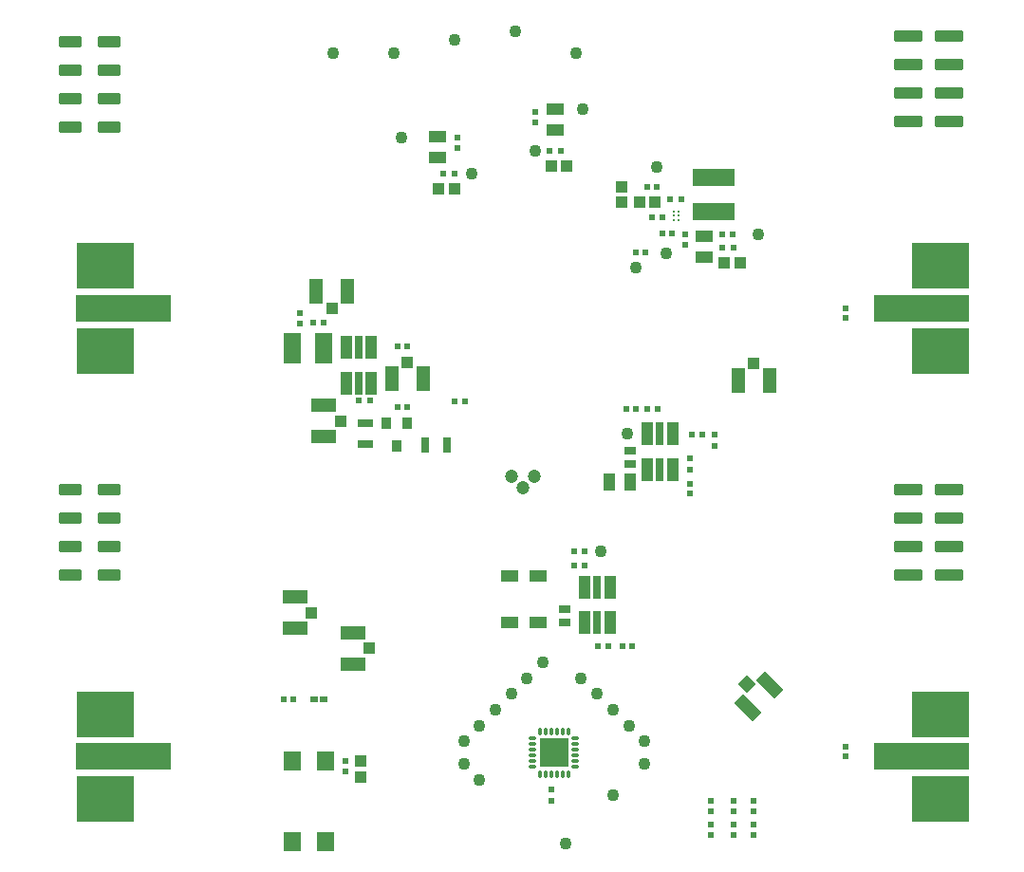
<source format=gts>
G04*
G04 #@! TF.GenerationSoftware,Altium Limited,Altium Designer,23.0.1 (38)*
G04*
G04 Layer_Color=8388736*
%FSLAX43Y43*%
%MOMM*%
G71*
G04*
G04 #@! TF.SameCoordinates,3783B72A-52C1-49B3-AB2B-A03F01AA072C*
G04*
G04*
G04 #@! TF.FilePolarity,Negative*
G04*
G01*
G75*
%ADD24R,1.000X1.000*%
%ADD43R,1.000X1.000*%
%ADD44R,0.600X0.600*%
%ADD45R,0.600X0.600*%
%ADD46R,1.100X2.100*%
%ADD47R,0.750X2.100*%
%ADD48R,1.650X1.100*%
%ADD49R,0.800X0.600*%
%ADD50R,1.500X1.700*%
%ADD51R,2.300X1.150*%
%ADD52R,1.100X1.100*%
%ADD53R,1.400X0.800*%
G04:AMPARAMS|DCode=54|XSize=2.3mm|YSize=1.15mm|CornerRadius=0mm|HoleSize=0mm|Usage=FLASHONLY|Rotation=135.000|XOffset=0mm|YOffset=0mm|HoleType=Round|Shape=Rectangle|*
%AMROTATEDRECTD54*
4,1,4,1.220,-0.407,0.407,-1.220,-1.220,0.407,-0.407,1.220,1.220,-0.407,0.0*
%
%ADD54ROTATEDRECTD54*%

%ADD55P,1.556X4X360.0*%
%ADD56C,1.100*%
%ADD57R,1.000X0.700*%
%ADD58R,0.900X1.000*%
G04:AMPARAMS|DCode=59|XSize=1.1mm|YSize=2.1mm|CornerRadius=0.3mm|HoleSize=0mm|Usage=FLASHONLY|Rotation=270.000|XOffset=0mm|YOffset=0mm|HoleType=Round|Shape=RoundedRectangle|*
%AMROUNDEDRECTD59*
21,1,1.100,1.500,0,0,270.0*
21,1,0.500,2.100,0,0,270.0*
1,1,0.600,-0.750,-0.250*
1,1,0.600,-0.750,0.250*
1,1,0.600,0.750,0.250*
1,1,0.600,0.750,-0.250*
%
%ADD59ROUNDEDRECTD59*%
%ADD60R,2.550X2.550*%
G04:AMPARAMS|DCode=61|XSize=0.34mm|YSize=0.7mm|CornerRadius=0.11mm|HoleSize=0mm|Usage=FLASHONLY|Rotation=180.000|XOffset=0mm|YOffset=0mm|HoleType=Round|Shape=RoundedRectangle|*
%AMROUNDEDRECTD61*
21,1,0.340,0.480,0,0,180.0*
21,1,0.120,0.700,0,0,180.0*
1,1,0.220,-0.060,0.240*
1,1,0.220,0.060,0.240*
1,1,0.220,0.060,-0.240*
1,1,0.220,-0.060,-0.240*
%
%ADD61ROUNDEDRECTD61*%
G04:AMPARAMS|DCode=62|XSize=0.34mm|YSize=0.7mm|CornerRadius=0.11mm|HoleSize=0mm|Usage=FLASHONLY|Rotation=270.000|XOffset=0mm|YOffset=0mm|HoleType=Round|Shape=RoundedRectangle|*
%AMROUNDEDRECTD62*
21,1,0.340,0.480,0,0,270.0*
21,1,0.120,0.700,0,0,270.0*
1,1,0.220,-0.240,-0.060*
1,1,0.220,-0.240,0.060*
1,1,0.220,0.240,0.060*
1,1,0.220,0.240,-0.060*
%
%ADD62ROUNDEDRECTD62*%
%ADD63R,0.800X1.400*%
G04:AMPARAMS|DCode=64|XSize=1.1mm|YSize=2.6mm|CornerRadius=0.3mm|HoleSize=0mm|Usage=FLASHONLY|Rotation=270.000|XOffset=0mm|YOffset=0mm|HoleType=Round|Shape=RoundedRectangle|*
%AMROUNDEDRECTD64*
21,1,1.100,2.000,0,0,270.0*
21,1,0.500,2.600,0,0,270.0*
1,1,0.600,-1.000,-0.250*
1,1,0.600,-1.000,0.250*
1,1,0.600,1.000,0.250*
1,1,0.600,1.000,-0.250*
%
%ADD64ROUNDEDRECTD64*%
%ADD65R,1.050X1.500*%
%ADD66C,0.300*%
%ADD67R,3.800X1.600*%
%ADD68R,1.500X1.050*%
%ADD69R,1.550X2.800*%
%ADD70R,1.150X2.300*%
%ADD71R,1.100X1.100*%
%ADD72R,5.180X4.100*%
%ADD73R,8.482X2.386*%
%ADD74C,0.100*%
%ADD75C,1.200*%
D24*
X69150Y60650D02*
D03*
X67750D02*
D03*
X87050Y59475D02*
D03*
X85650D02*
D03*
X94650Y54025D02*
D03*
X93250D02*
D03*
X77800Y62650D02*
D03*
X79200D02*
D03*
D43*
X60825Y8175D02*
D03*
Y9575D02*
D03*
X84100Y60850D02*
D03*
Y59450D02*
D03*
D44*
X104050Y50000D02*
D03*
Y49100D02*
D03*
X90150Y33450D02*
D03*
Y34350D02*
D03*
X104050Y10000D02*
D03*
Y10900D02*
D03*
X76325Y66600D02*
D03*
Y67500D02*
D03*
X69456Y64300D02*
D03*
Y65200D02*
D03*
X92050Y6025D02*
D03*
Y5125D02*
D03*
X94038D02*
D03*
Y6025D02*
D03*
X92050Y3000D02*
D03*
Y3900D02*
D03*
X89775Y55625D02*
D03*
Y56625D02*
D03*
X55400Y49575D02*
D03*
Y48675D02*
D03*
X59400Y9600D02*
D03*
Y8700D02*
D03*
X90150Y35575D02*
D03*
Y36575D02*
D03*
X95800Y6025D02*
D03*
Y5125D02*
D03*
X92400Y38750D02*
D03*
Y37750D02*
D03*
X77800Y7075D02*
D03*
Y6075D02*
D03*
X95800Y3900D02*
D03*
Y3000D02*
D03*
X94038Y3900D02*
D03*
Y3000D02*
D03*
D45*
X85025Y19875D02*
D03*
X84125D02*
D03*
X79875Y27075D02*
D03*
X80775D02*
D03*
X79875Y28300D02*
D03*
X80775D02*
D03*
X69175Y41725D02*
D03*
X70075D02*
D03*
X87275Y40975D02*
D03*
X86375D02*
D03*
X84475Y40975D02*
D03*
X85375D02*
D03*
X89425Y59725D02*
D03*
X88425D02*
D03*
X87225Y60850D02*
D03*
X86325D02*
D03*
X86776Y58075D02*
D03*
X87676D02*
D03*
X88600Y56675D02*
D03*
X87700D02*
D03*
X93950Y56625D02*
D03*
X93050D02*
D03*
X93075Y55400D02*
D03*
X94075D02*
D03*
X57475Y48700D02*
D03*
X56575D02*
D03*
X85314Y54966D02*
D03*
X86214D02*
D03*
X53900Y15100D02*
D03*
X54800D02*
D03*
X81925Y19875D02*
D03*
X82925D02*
D03*
X61609Y41736D02*
D03*
X60609D02*
D03*
X91233Y38761D02*
D03*
X90334D02*
D03*
X64950Y46575D02*
D03*
X64050D02*
D03*
X64950Y41200D02*
D03*
X64050D02*
D03*
X78625Y64075D02*
D03*
X77625D02*
D03*
X68150Y62025D02*
D03*
X69150D02*
D03*
D46*
X83025Y25125D02*
D03*
X80775Y21925D02*
D03*
Y25125D02*
D03*
X83025Y21925D02*
D03*
X61734Y46486D02*
D03*
X59484Y43286D02*
D03*
Y46486D02*
D03*
X61734Y43286D02*
D03*
X88608Y38786D02*
D03*
X86358Y35586D02*
D03*
Y38786D02*
D03*
X88608Y35586D02*
D03*
D47*
X81900Y25125D02*
D03*
Y21925D02*
D03*
X60609Y46486D02*
D03*
Y43286D02*
D03*
X87483Y38786D02*
D03*
Y35586D02*
D03*
D48*
X76600Y21950D02*
D03*
X74050D02*
D03*
Y26150D02*
D03*
X76600D02*
D03*
D49*
X57525Y15100D02*
D03*
X56625D02*
D03*
D50*
X57675Y2400D02*
D03*
X54675D02*
D03*
Y9600D02*
D03*
X57675D02*
D03*
D51*
X54925Y24250D02*
D03*
Y21450D02*
D03*
X60075Y21075D02*
D03*
Y18275D02*
D03*
X57524Y41350D02*
D03*
Y38550D02*
D03*
D52*
X56425Y22850D02*
D03*
X61575Y19675D02*
D03*
X59024Y39950D02*
D03*
D53*
X61207Y39750D02*
D03*
Y37850D02*
D03*
D54*
X95317Y14379D02*
D03*
X97296Y16358D02*
D03*
D55*
X95246Y16429D02*
D03*
D56*
X82200Y28300D02*
D03*
X85314Y53641D02*
D03*
X86121Y9350D02*
D03*
Y11350D02*
D03*
X84707Y12764D02*
D03*
X83293Y14178D02*
D03*
X81878Y15593D02*
D03*
X80464Y17007D02*
D03*
X77050Y18421D02*
D03*
X75636Y17007D02*
D03*
X74222Y15593D02*
D03*
X72807Y14178D02*
D03*
X71393Y12764D02*
D03*
X69979Y11350D02*
D03*
Y9350D02*
D03*
X71393Y7936D02*
D03*
X79050Y2279D02*
D03*
X83293Y6522D02*
D03*
X88050Y54925D02*
D03*
X96225Y56625D02*
D03*
X87225Y62600D02*
D03*
X84550Y38800D02*
D03*
X79997Y72775D02*
D03*
X74594Y74715D02*
D03*
X76325Y64075D02*
D03*
X64471Y65200D02*
D03*
X70675Y62050D02*
D03*
X63782Y72776D02*
D03*
X69188Y73925D02*
D03*
X58375Y72775D02*
D03*
X80565Y67742D02*
D03*
D57*
X78975Y23125D02*
D03*
Y21925D02*
D03*
X84800Y37275D02*
D03*
Y36075D02*
D03*
D58*
X64950Y39750D02*
D03*
X63050D02*
D03*
X64000Y37750D02*
D03*
D59*
X38349Y33810D02*
D03*
Y31270D02*
D03*
Y28730D02*
D03*
Y26190D02*
D03*
X34851D02*
D03*
Y28730D02*
D03*
Y31270D02*
D03*
Y33810D02*
D03*
X38349Y73810D02*
D03*
Y71270D02*
D03*
Y68730D02*
D03*
Y66190D02*
D03*
X34851D02*
D03*
Y68730D02*
D03*
Y71270D02*
D03*
Y73810D02*
D03*
D60*
X78050Y10350D02*
D03*
D61*
X79300Y8450D02*
D03*
X78800D02*
D03*
X78300D02*
D03*
X77800D02*
D03*
X77300D02*
D03*
X76800D02*
D03*
Y12250D02*
D03*
X77300D02*
D03*
X77800D02*
D03*
X78300D02*
D03*
X78800D02*
D03*
X79300D02*
D03*
D62*
X76150Y9100D02*
D03*
Y9600D02*
D03*
Y10100D02*
D03*
Y10600D02*
D03*
Y11100D02*
D03*
Y11600D02*
D03*
X79950D02*
D03*
Y11100D02*
D03*
Y10600D02*
D03*
Y10100D02*
D03*
Y9600D02*
D03*
Y9100D02*
D03*
D63*
X68475Y37775D02*
D03*
X66575D02*
D03*
D64*
X109602Y66710D02*
D03*
Y69250D02*
D03*
Y71790D02*
D03*
Y74330D02*
D03*
X113300Y66710D02*
D03*
Y69250D02*
D03*
Y71790D02*
D03*
Y74330D02*
D03*
X109602Y26190D02*
D03*
Y28730D02*
D03*
Y31270D02*
D03*
Y33810D02*
D03*
X113300Y26190D02*
D03*
Y28730D02*
D03*
Y31270D02*
D03*
Y33810D02*
D03*
D65*
X84800Y34525D02*
D03*
X82950D02*
D03*
D66*
X89125Y57850D02*
D03*
X88725D02*
D03*
X89125Y58250D02*
D03*
X88725D02*
D03*
X89125Y58650D02*
D03*
X88725D02*
D03*
D67*
X92325Y58600D02*
D03*
Y61700D02*
D03*
D68*
X91425Y56425D02*
D03*
Y54575D02*
D03*
X78154Y67742D02*
D03*
Y65892D02*
D03*
X67616Y65300D02*
D03*
Y63450D02*
D03*
D69*
X54725Y46475D02*
D03*
X57475D02*
D03*
D70*
X63550Y43700D02*
D03*
X66350D02*
D03*
X94458Y43559D02*
D03*
X97258D02*
D03*
X59625Y51525D02*
D03*
X56825D02*
D03*
D71*
X64950Y45200D02*
D03*
X95858Y45059D02*
D03*
X58225Y50025D02*
D03*
D72*
X38000Y53786D02*
D03*
Y46214D02*
D03*
Y6214D02*
D03*
Y13786D02*
D03*
X112500D02*
D03*
Y6214D02*
D03*
Y46214D02*
D03*
Y53786D02*
D03*
D73*
X39651Y50000D02*
D03*
Y10000D02*
D03*
X110849D02*
D03*
Y50000D02*
D03*
D74*
X70925Y28950D02*
D03*
X30841Y27460D02*
D03*
Y32540D02*
D03*
Y67460D02*
D03*
Y72540D02*
D03*
X117750Y73060D02*
D03*
Y67980D02*
D03*
Y32540D02*
D03*
Y27460D02*
D03*
X47325Y71350D02*
D03*
Y5200D02*
D03*
X101125Y71350D02*
D03*
Y5200D02*
D03*
D75*
X75250Y33965D02*
D03*
X76250Y34965D02*
D03*
X74250D02*
D03*
M02*

</source>
